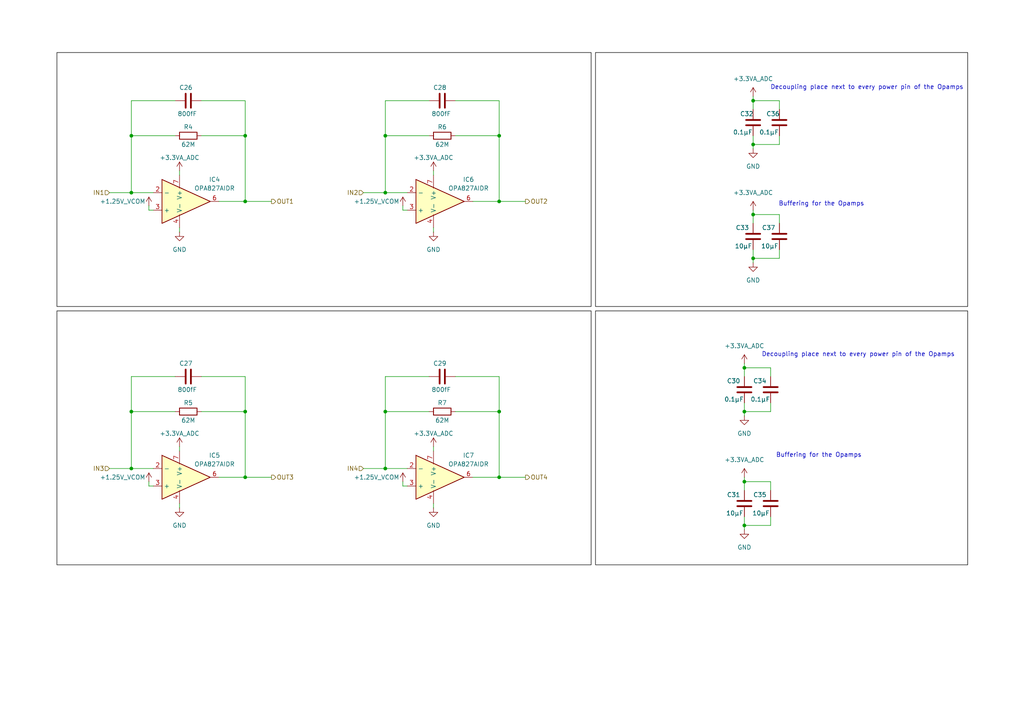
<source format=kicad_sch>
(kicad_sch (version 20250114) (generator "eeschema") (generator_version "9.0")
  (paper "A4")
  (lib_symbols
    (symbol "Device:C" (pin_numbers (hide yes)) (pin_names (offset 0.254))
      (property "Reference" "C" (at 0.635 2.54 0))
      (property "Value" "C" (at 0.635 -2.54 0))
      (symbol "C_0_1"
        (polyline (pts (xy -2.032 0.762) (xy 2.032 0.762)) (stroke (width 0.508)))
        (polyline (pts (xy -2.032 -0.762) (xy 2.032 -0.762)) (stroke (width 0.508)))
      )
      (symbol "C_1_1"
        (pin passive line (at 0 3.81 270) (length 2.794) (name "~") (number "1"))
        (pin passive line (at 0 -3.81 90) (length 2.794) (name "~") (number "2"))
      )
    )
    (symbol "Device:R" (pin_numbers (hide yes)) (pin_names (offset 0))
      (property "Reference" "R" (at 2.032 0 90))
      (property "Value" "R" (at 0 0 90))
      (symbol "R_0_1"
        (rectangle (start -1.016 -2.54) (end 1.016 2.54) (stroke (width 0.254)))
      )
      (symbol "R_1_1"
        (pin passive line (at 0 3.81 270) (length 1.27) (name "~") (number "1"))
        (pin passive line (at 0 -3.81 90) (length 1.27) (name "~") (number "2"))
      )
    )
    (symbol "SamacSys_Parts:OPA827AIDR"
      (property "Reference" "IC9" (at 22.86 3.81 0))
      (property "Value" "OPA827AIDR" (at 22.86 1.27 0))
      (symbol "OPA827AIDR_1_1"
        (polyline (pts (xy 5.08 2.54) (xy 5.08 -10.16) (xy 19.05 -3.81) (xy 5.08 2.54)) (stroke (width 0.254)) (fill (type color) (color 255 255 194 1)))
        (pin passive line (at 2.54 -1.27 0) (length 2.54) (name "-") (number "2"))
        (pin passive line (at 2.54 -6.35 0) (length 2.54) (name "+") (number "3"))
        (pin passive line (at 10.16 3.81 270) (length 3.81) (name "V+") (number "7"))
        (pin no_connect line (at 10.16 -1.27 270) (length 5.08) (hide yes) (name "NC") (number "1"))
        (pin no_connect line (at 10.16 -1.27 270) (length 5.08) (hide yes) (name "NC") (number "5"))
        (pin no_connect line (at 10.16 -1.27 270) (length 5.08) (hide yes) (name "NC") (number "8"))
        (pin passive line (at 10.16 -11.43 90) (length 3.81) (name "V-") (number "4"))
        (pin passive line (at 21.59 -3.81 180) (length 2.54) (name "") (number "6"))
      )
    )
    (symbol "power:+3.3V" (power) (pin_numbers (hide yes)) (pin_names (offset 0) (hide yes))
      (property "Value" "+3.3V" (at 0 3.556 0))
      (symbol "+3.3V_0_1"
        (polyline (pts (xy -0.762 1.27) (xy 0 2.54)))
        (polyline (pts (xy 0 2.54) (xy 0.762 1.27)))
        (polyline (pts (xy 0 0) (xy 0 2.54)))
      )
      (symbol "+3.3V_1_1"
        (pin power_in line (at 0 0 90) (length 0) (name "~") (number "1"))
      )
    )
    (symbol "power:+3.3VA" (power) (pin_names (offset 0))
      (property "Value" "+3.3VA" (at 0 3.556 0))
      (symbol "+3.3VA_0_1"
        (polyline (pts (xy -0.762 1.27) (xy 0 2.54)))
        (polyline (pts (xy 0 2.54) (xy 0.762 1.27)))
        (polyline (pts (xy 0 0) (xy 0 2.54)))
      )
      (symbol "+3.3VA_1_1"
        (pin power_in line (at 0 0 90) (length 0) (hide yes) (name "+3.3VA") (number "1"))
      )
    )
    (symbol "power:GND" (power) (pin_numbers (hide yes)) (pin_names (offset 0) (hide yes))
      (property "Value" "GND" (at 0 -3.81 0))
      (symbol "GND_0_1"
        (polyline (pts (xy 0 0) (xy 0 -1.27) (xy 1.27 -1.27) (xy 0 -2.54) (xy -1.27 -1.27) (xy 0 -1.27)))
      )
      (symbol "GND_1_1"
        (pin power_in line (at 0 0 270) (length 0) (name "~") (number "1"))
      )
    )
  )
  (text "Decoupling place next to every power pin of the Opamps\n" (at 251.46 25.4 0) (effects (font (size 1.27 1.27))))
  (text "Decoupling place next to every power pin of the Opamps\n" (at 248.92 102.87 0) (effects (font (size 1.27 1.27))))
  (text "Buffering for the Opamps" (at 238.252 59.182 0) (effects (font (size 1.27 1.27))))
  (text "Buffering for the Opamps" (at 237.49 132.08 0) (effects (font (size 1.27 1.27))))
  (text_box "" (at 16.51 90.17 0) (size 154.94 73.66) (margins 0.9525 0.9525 0.9525 0.9525) (stroke (width 0) (color 0 0 0 1)) (effects (font (size 1.27 1.27)) (justify left top)))
  (text_box "" (at 172.72 15.24 0) (size 107.95 73.66) (margins 0.9525 0.9525 0.9525 0.9525) (stroke (width 0) (color 0 0 0 1)) (effects (font (size 1.27 1.27)) (justify left top)))
  (text_box "" (at 16.51 15.24 0) (size 154.94 73.66) (margins 0.9525 0.9525 0.9525 0.9525) (stroke (width 0) (color 0 0 0 1)) (effects (font (size 1.27 1.27)) (justify left top)))
  (text_box "" (at 172.72 90.17 0) (size 107.95 73.66) (margins 0.9525 0.9525 0.9525 0.9525) (stroke (width 0) (color 0 0 0 1)) (effects (font (size 1.27 1.27)) (justify left top)))
  (junction (at 71.12 138.43))
  (junction (at 218.44 29.21))
  (junction (at 111.76 119.38))
  (junction (at 218.44 74.93))
  (junction (at 71.12 119.38))
  (junction (at 71.12 58.42))
  (junction (at 215.9 152.4))
  (junction (at 144.78 39.37))
  (junction (at 38.1 119.38))
  (junction (at 111.76 135.89))
  (junction (at 38.1 135.89))
  (junction (at 218.44 41.91))
  (junction (at 111.76 55.88))
  (junction (at 144.78 58.42))
  (junction (at 215.9 139.7))
  (junction (at 218.44 62.23))
  (junction (at 215.9 119.38))
  (junction (at 144.78 138.43))
  (junction (at 71.12 39.37))
  (junction (at 215.9 106.68))
  (junction (at 38.1 55.88))
  (junction (at 38.1 39.37))
  (junction (at 144.78 119.38))
  (junction (at 111.76 39.37))
  (wire (pts (xy 144.78 58.42) (xy 152.4 58.42)))
  (wire (pts (xy 144.78 109.22) (xy 144.78 119.38)))
  (wire (pts (xy 218.44 62.23) (xy 218.44 64.77)))
  (wire (pts (xy 71.12 29.21) (xy 71.12 39.37)))
  (wire (pts (xy 111.76 39.37) (xy 111.76 55.88)))
  (wire (pts (xy 71.12 119.38) (xy 71.12 138.43)))
  (wire (pts (xy 124.46 119.38) (xy 111.76 119.38)))
  (wire (pts (xy 218.44 74.93) (xy 218.44 76.2)))
  (wire (pts (xy 218.44 39.37) (xy 218.44 41.91)))
  (wire (pts (xy 71.12 109.22) (xy 71.12 119.38)))
  (wire (pts (xy 223.52 139.7) (xy 223.52 142.24)))
  (wire (pts (xy 226.06 39.37) (xy 226.06 41.91)))
  (wire (pts (xy 71.12 39.37) (xy 71.12 58.42)))
  (wire (pts (xy 218.44 72.39) (xy 218.44 74.93)))
  (wire (pts (xy 132.08 39.37) (xy 144.78 39.37)))
  (wire (pts (xy 218.44 27.94) (xy 218.44 29.21)))
  (wire (pts (xy 215.9 119.38) (xy 223.52 119.38)))
  (wire (pts (xy 226.06 29.21) (xy 226.06 31.75)))
  (wire (pts (xy 218.44 74.93) (xy 226.06 74.93)))
  (wire (pts (xy 43.18 60.96) (xy 44.45 60.96)))
  (wire (pts (xy 31.75 135.89) (xy 38.1 135.89)))
  (wire (pts (xy 116.84 140.97) (xy 118.11 140.97)))
  (wire (pts (xy 215.9 106.68) (xy 223.52 106.68)))
  (wire (pts (xy 218.44 29.21) (xy 226.06 29.21)))
  (wire (pts (xy 52.07 66.04) (xy 52.07 67.31)))
  (wire (pts (xy 223.52 149.86) (xy 223.52 152.4)))
  (wire (pts (xy 215.9 106.68) (xy 215.9 109.22)))
  (wire (pts (xy 144.78 29.21) (xy 144.78 39.37)))
  (wire (pts (xy 124.46 39.37) (xy 111.76 39.37)))
  (wire (pts (xy 63.5 58.42) (xy 71.12 58.42)))
  (wire (pts (xy 226.06 62.23) (xy 226.06 64.77)))
  (wire (pts (xy 111.76 109.22) (xy 111.76 119.38)))
  (wire (pts (xy 38.1 39.37) (xy 38.1 55.88)))
  (wire (pts (xy 50.8 29.21) (xy 38.1 29.21)))
  (wire (pts (xy 50.8 109.22) (xy 38.1 109.22)))
  (wire (pts (xy 218.44 29.21) (xy 218.44 31.75)))
  (wire (pts (xy 38.1 55.88) (xy 44.45 55.88)))
  (wire (pts (xy 223.52 116.84) (xy 223.52 119.38)))
  (wire (pts (xy 132.08 119.38) (xy 144.78 119.38)))
  (wire (pts (xy 111.76 29.21) (xy 111.76 39.37)))
  (wire (pts (xy 215.9 139.7) (xy 215.9 142.24)))
  (wire (pts (xy 223.52 106.68) (xy 223.52 109.22)))
  (wire (pts (xy 137.16 58.42) (xy 144.78 58.42)))
  (wire (pts (xy 116.84 139.7) (xy 116.84 140.97)))
  (wire (pts (xy 38.1 29.21) (xy 38.1 39.37)))
  (wire (pts (xy 124.46 29.21) (xy 111.76 29.21)))
  (wire (pts (xy 58.42 29.21) (xy 71.12 29.21)))
  (wire (pts (xy 215.9 119.38) (xy 215.9 120.65)))
  (wire (pts (xy 58.42 119.38) (xy 71.12 119.38)))
  (wire (pts (xy 31.75 55.88) (xy 38.1 55.88)))
  (wire (pts (xy 111.76 119.38) (xy 111.76 135.89)))
  (wire (pts (xy 43.18 59.69) (xy 43.18 60.96)))
  (wire (pts (xy 38.1 119.38) (xy 38.1 135.89)))
  (wire (pts (xy 144.78 138.43) (xy 152.4 138.43)))
  (wire (pts (xy 50.8 119.38) (xy 38.1 119.38)))
  (wire (pts (xy 137.16 138.43) (xy 144.78 138.43)))
  (wire (pts (xy 132.08 29.21) (xy 144.78 29.21)))
  (wire (pts (xy 52.07 49.53) (xy 52.07 50.8)))
  (wire (pts (xy 215.9 139.7) (xy 223.52 139.7)))
  (wire (pts (xy 111.76 55.88) (xy 118.11 55.88)))
  (wire (pts (xy 38.1 135.89) (xy 44.45 135.89)))
  (wire (pts (xy 218.44 62.23) (xy 226.06 62.23)))
  (wire (pts (xy 218.44 41.91) (xy 226.06 41.91)))
  (wire (pts (xy 124.46 109.22) (xy 111.76 109.22)))
  (wire (pts (xy 218.44 41.91) (xy 218.44 43.18)))
  (wire (pts (xy 71.12 58.42) (xy 78.74 58.42)))
  (wire (pts (xy 215.9 105.41) (xy 215.9 106.68)))
  (wire (pts (xy 226.06 72.39) (xy 226.06 74.93)))
  (wire (pts (xy 144.78 119.38) (xy 144.78 138.43)))
  (wire (pts (xy 111.76 135.89) (xy 118.11 135.89)))
  (wire (pts (xy 215.9 149.86) (xy 215.9 152.4)))
  (wire (pts (xy 125.73 49.53) (xy 125.73 50.8)))
  (wire (pts (xy 52.07 146.05) (xy 52.07 147.32)))
  (wire (pts (xy 38.1 109.22) (xy 38.1 119.38)))
  (wire (pts (xy 116.84 60.96) (xy 118.11 60.96)))
  (wire (pts (xy 125.73 146.05) (xy 125.73 147.32)))
  (wire (pts (xy 144.78 39.37) (xy 144.78 58.42)))
  (wire (pts (xy 50.8 39.37) (xy 38.1 39.37)))
  (wire (pts (xy 43.18 139.7) (xy 43.18 140.97)))
  (wire (pts (xy 105.41 55.88) (xy 111.76 55.88)))
  (wire (pts (xy 125.73 129.54) (xy 125.73 130.81)))
  (wire (pts (xy 71.12 138.43) (xy 78.74 138.43)))
  (wire (pts (xy 58.42 39.37) (xy 71.12 39.37)))
  (wire (pts (xy 132.08 109.22) (xy 144.78 109.22)))
  (wire (pts (xy 63.5 138.43) (xy 71.12 138.43)))
  (wire (pts (xy 52.07 129.54) (xy 52.07 130.81)))
  (wire (pts (xy 105.41 135.89) (xy 111.76 135.89)))
  (wire (pts (xy 218.44 60.96) (xy 218.44 62.23)))
  (wire (pts (xy 215.9 152.4) (xy 215.9 153.67)))
  (wire (pts (xy 43.18 140.97) (xy 44.45 140.97)))
  (wire (pts (xy 116.84 59.69) (xy 116.84 60.96)))
  (wire (pts (xy 215.9 116.84) (xy 215.9 119.38)))
  (wire (pts (xy 215.9 152.4) (xy 223.52 152.4)))
  (wire (pts (xy 215.9 138.43) (xy 215.9 139.7)))
  (wire (pts (xy 125.73 66.04) (xy 125.73 67.31)))
  (wire (pts (xy 58.42 109.22) (xy 71.12 109.22)))
  (hierarchical_label "OUT4" (shape output) (at 152.4 138.43 0))
  (hierarchical_label "IN2" (shape input) (at 105.41 55.88 180))
  (hierarchical_label "IN4" (shape input) (at 105.41 135.89 180))
  (hierarchical_label "IN3" (shape input) (at 31.75 135.89 180))
  (hierarchical_label "OUT3" (shape output) (at 78.74 138.43 0))
  (hierarchical_label "OUT1" (shape output) (at 78.74 58.42 0))
  (hierarchical_label "OUT2" (shape output) (at 152.4 58.42 0))
  (hierarchical_label "IN1" (shape input) (at 31.75 55.88 180))
  (symbol (lib_id "power:+3.3V") (at 43.18 59.69 0) (unit 1)
    (property "Reference" "#PWR044" (effects (hide yes)))
    (property "Value" "+1.25V_VCOM" (at 35.56 58.42 0))
    (property "Description" "Power symbol creates a global label with name \"+3.3V\"" (effects (hide yes)))
  )
  (symbol (lib_id "Device:C") (at 223.52 113.03 0) (unit 1)
    (property "Reference" "C34" (at 218.44 110.49 0) (effects (justify left)))
    (property "Value" "0.1µF" (at 217.678 115.824 0) (effects (justify left)))
    (property "Footprint" "Capacitor_SMD:C_0402_1005Metric" (effects (hide yes)))
    (property "Description" "Unpolarized capacitor" (effects (hide yes)))
  )
  (symbol (lib_id "power:GND") (at 215.9 120.65 0) (unit 1)
    (property "Reference" "#PWR057" (effects (hide yes)))
    (property "Value" "GND" (at 215.9 125.73 0))
    (property "Description" "Power symbol creates a global label with name \"GND\" , ground" (effects (hide yes)))
  )
  (symbol (lib_id "Device:C") (at 128.27 109.22 90) (unit 1)
    (property "Reference" "C29" (at 129.54 105.41 90) (effects (justify left)))
    (property "Value" "800fF" (at 130.81 113.03 90) (effects (justify left)))
    (property "Footprint" "Capacitor_SMD:C_0402_1005Metric" (effects (hide yes)))
    (property "Description" "Unpolarized capacitor" (effects (hide yes)))
  )
  (symbol (lib_id "power:+3.3VA") (at 125.73 49.53 0) (unit 1)
    (property "Reference" "#PWR052" (effects (hide yes)))
    (property "Value" "+3.3VA_ADC" (at 125.73 45.72 0))
  )
  (symbol (lib_id "Device:C") (at 128.27 29.21 90) (unit 1)
    (property "Reference" "C28" (at 129.54 25.4 90) (effects (justify left)))
    (property "Value" "800fF" (at 130.81 33.02 90) (effects (justify left)))
    (property "Footprint" "Capacitor_SMD:C_0402_1005Metric" (effects (hide yes)))
    (property "Description" "Unpolarized capacitor" (effects (hide yes)))
  )
  (symbol (lib_id "power:+3.3V") (at 218.44 60.96 0) (unit 1)
    (property "Reference" "#PWR062" (effects (hide yes)))
    (property "Value" "+3.3VA_ADC" (at 218.44 55.88 0))
    (property "Description" "Power symbol creates a global label with name \"+3.3V\"" (effects (hide yes)))
  )
  (symbol (lib_id "power:+3.3V") (at 215.9 138.43 0) (unit 1)
    (property "Reference" "#PWR058" (effects (hide yes)))
    (property "Value" "+3.3VA_ADC" (at 215.9 133.35 0))
    (property "Description" "Power symbol creates a global label with name \"+3.3V\"" (effects (hide yes)))
  )
  (symbol (lib_id "SamacSys_Parts:OPA827AIDR") (at 41.91 54.61 0) (unit 1)
    (property "Reference" "IC4" (at 62.23 52.07 0))
    (property "Value" "OPA827AIDR" (at 62.23 54.61 0))
    (property "Footprint" "SamacSys_Parts:SOIC127P600X175-8N" (effects (hide yes)))
    (property "Datasheet" "http://www.ti.com/lit/gpn/OPA827" (effects (hide yes)))
    (property "Description" "Low-Noise, High-Precision, JFET-Input Operational Amplifier" (effects (hide yes)))
    (property "Height" "1.75" (effects (hide yes)))
    (property "Manufacturer_Name" "Texas Instruments" (effects (hide yes)))
    (property "Manufacturer_Part_Number" "OPA827AIDR" (effects (hide yes)))
    (property "Mouser Part Number" "595-OPA827AIDR" (effects (hide yes)))
    (property "Mouser Price/Stock" "https://www.mouser.co.uk/ProductDetail/Texas-Instruments/OPA827AIDR?qs=ToK3%2FczOkx%252BfLFxatAoUKw%3D%3D" (effects (hide yes)))
    (property "Arrow Part Number" "OPA827AIDR" (effects (hide yes)))
    (property "Arrow Price/Stock" "https://www.arrow.com/en/products/opa827aidr/texas-instruments?region=nac" (effects (hide yes)))
  )
  (symbol (lib_id "Device:C") (at 218.44 35.56 0) (unit 1)
    (property "Reference" "C32" (at 214.63 33.02 0) (effects (justify left)))
    (property "Value" "0.1µF" (at 212.598 38.354 0) (effects (justify left)))
    (property "Footprint" "Capacitor_SMD:C_0402_1005Metric" (effects (hide yes)))
    (property "Description" "Unpolarized capacitor" (effects (hide yes)))
  )
  (symbol (lib_id "power:+3.3V") (at 116.84 139.7 0) (unit 1)
    (property "Reference" "#PWR051" (effects (hide yes)))
    (property "Value" "+1.25V_VCOM" (at 109.22 138.43 0))
    (property "Description" "Power symbol creates a global label with name \"+3.3V\"" (effects (hide yes)))
  )
  (symbol (lib_id "power:GND") (at 215.9 153.67 0) (unit 1)
    (property "Reference" "#PWR059" (effects (hide yes)))
    (property "Value" "GND" (at 215.9 158.75 0))
    (property "Description" "Power symbol creates a global label with name \"GND\" , ground" (effects (hide yes)))
  )
  (symbol (lib_id "Device:R") (at 128.27 119.38 90) (unit 1)
    (property "Reference" "R7" (at 128.27 116.84 90))
    (property "Value" "62M" (at 128.27 121.92 90))
    (property "Footprint" "Resistor_SMD:R_1206_3216Metric" (effects (hide yes)))
    (property "Description" "Resistor" (effects (hide yes)))
  )
  (symbol (lib_id "Device:C") (at 215.9 113.03 0) (unit 1)
    (property "Reference" "C30" (at 210.82 110.49 0) (effects (justify left)))
    (property "Value" "0.1µF" (at 210.058 115.824 0) (effects (justify left)))
    (property "Footprint" "Capacitor_SMD:C_0402_1005Metric" (effects (hide yes)))
    (property "Description" "Unpolarized capacitor" (effects (hide yes)))
  )
  (symbol (lib_id "power:+3.3V") (at 116.84 59.69 0) (unit 1)
    (property "Reference" "#PWR050" (effects (hide yes)))
    (property "Value" "+1.25V_VCOM" (at 109.22 58.42 0))
    (property "Description" "Power symbol creates a global label with name \"+3.3V\"" (effects (hide yes)))
  )
  (symbol (lib_id "Device:C") (at 226.06 35.56 0) (unit 1)
    (property "Reference" "C36" (at 222.25 33.02 0) (effects (justify left)))
    (property "Value" "0.1µF" (at 220.218 38.354 0) (effects (justify left)))
    (property "Footprint" "Capacitor_SMD:C_0402_1005Metric" (effects (hide yes)))
    (property "Description" "Unpolarized capacitor" (effects (hide yes)))
  )
  (symbol (lib_id "power:GND") (at 125.73 67.31 0) (unit 1)
    (property "Reference" "#PWR053" (effects (hide yes)))
    (property "Value" "GND" (at 125.73 72.39 0))
    (property "Description" "Power symbol creates a global label with name \"GND\" , ground" (effects (hide yes)))
  )
  (symbol (lib_id "power:+3.3V") (at 218.44 27.94 0) (unit 1)
    (property "Reference" "#PWR060" (effects (hide yes)))
    (property "Value" "+3.3VA_ADC" (at 218.44 22.86 0))
    (property "Description" "Power symbol creates a global label with name \"+3.3V\"" (effects (hide yes)))
  )
  (symbol (lib_id "Device:R") (at 54.61 39.37 90) (unit 1)
    (property "Reference" "R4" (at 54.61 36.83 90))
    (property "Value" "62M" (at 54.61 41.91 90))
    (property "Footprint" "Resistor_SMD:R_1206_3216Metric" (effects (hide yes)))
    (property "Description" "Resistor" (effects (hide yes)))
  )
  (symbol (lib_id "Device:C") (at 218.44 68.58 0) (unit 1)
    (property "Reference" "C33" (at 213.36 66.04 0) (effects (justify left)))
    (property "Value" "10µF" (at 213.106 71.374 0) (effects (justify left)))
    (property "Footprint" "Capacitor_SMD:C_0603_1608Metric" (effects (hide yes)))
    (property "Description" "Unpolarized capacitor" (effects (hide yes)))
  )
  (symbol (lib_id "power:GND") (at 218.44 43.18 0) (unit 1)
    (property "Reference" "#PWR061" (effects (hide yes)))
    (property "Value" "GND" (at 218.44 48.26 0))
    (property "Description" "Power symbol creates a global label with name \"GND\" , ground" (effects (hide yes)))
  )
  (symbol (lib_id "Device:C") (at 226.06 68.58 0) (unit 1)
    (property "Reference" "C37" (at 220.98 66.04 0) (effects (justify left)))
    (property "Value" "10µF" (at 220.726 71.374 0) (effects (justify left)))
    (property "Footprint" "Capacitor_SMD:C_0603_1608Metric" (effects (hide yes)))
    (property "Description" "Unpolarized capacitor" (effects (hide yes)))
  )
  (symbol (lib_id "power:GND") (at 125.73 147.32 0) (unit 1)
    (property "Reference" "#PWR055" (effects (hide yes)))
    (property "Value" "GND" (at 125.73 152.4 0))
    (property "Description" "Power symbol creates a global label with name \"GND\" , ground" (effects (hide yes)))
  )
  (symbol (lib_id "power:+3.3VA") (at 52.07 129.54 0) (unit 1)
    (property "Reference" "#PWR048" (effects (hide yes)))
    (property "Value" "+3.3VA_ADC" (at 52.07 125.73 0))
  )
  (symbol (lib_id "Device:R") (at 128.27 39.37 90) (unit 1)
    (property "Reference" "R6" (at 128.27 36.83 90))
    (property "Value" "62M" (at 128.27 41.91 90))
    (property "Footprint" "Resistor_SMD:R_1206_3216Metric" (effects (hide yes)))
    (property "Description" "Resistor" (effects (hide yes)))
  )
  (symbol (lib_id "power:+3.3VA") (at 52.07 49.53 0) (unit 1)
    (property "Reference" "#PWR046" (effects (hide yes)))
    (property "Value" "+3.3VA_ADC" (at 52.07 45.72 0))
  )
  (symbol (lib_id "power:GND") (at 52.07 147.32 0) (unit 1)
    (property "Reference" "#PWR049" (effects (hide yes)))
    (property "Value" "GND" (at 52.07 152.4 0))
    (property "Description" "Power symbol creates a global label with name \"GND\" , ground" (effects (hide yes)))
  )
  (symbol (lib_id "power:GND") (at 218.44 76.2 0) (unit 1)
    (property "Reference" "#PWR063" (effects (hide yes)))
    (property "Value" "GND" (at 218.44 81.28 0))
    (property "Description" "Power symbol creates a global label with name \"GND\" , ground" (effects (hide yes)))
  )
  (symbol (lib_id "Device:C") (at 54.61 109.22 90) (unit 1)
    (property "Reference" "C27" (at 55.88 105.41 90) (effects (justify left)))
    (property "Value" "800fF" (at 57.15 113.03 90) (effects (justify left)))
    (property "Footprint" "Capacitor_SMD:C_0402_1005Metric" (effects (hide yes)))
    (property "Description" "Unpolarized capacitor" (effects (hide yes)))
  )
  (symbol (lib_id "power:GND") (at 52.07 67.31 0) (unit 1)
    (property "Reference" "#PWR047" (effects (hide yes)))
    (property "Value" "GND" (at 52.07 72.39 0))
    (property "Description" "Power symbol creates a global label with name \"GND\" , ground" (effects (hide yes)))
  )
  (symbol (lib_id "Device:C") (at 54.61 29.21 90) (unit 1)
    (property "Reference" "C26" (at 55.88 25.4 90) (effects (justify left)))
    (property "Value" "800fF" (at 57.15 33.02 90) (effects (justify left)))
    (property "Footprint" "Capacitor_SMD:C_0402_1005Metric" (effects (hide yes)))
    (property "Description" "Unpolarized capacitor" (effects (hide yes)))
  )
  (symbol (lib_id "SamacSys_Parts:OPA827AIDR") (at 115.57 54.61 0) (unit 1)
    (property "Reference" "IC6" (at 135.89 52.07 0))
    (property "Value" "OPA827AIDR" (at 135.89 54.61 0))
    (property "Footprint" "SamacSys_Parts:SOIC127P600X175-8N" (effects (hide yes)))
    (property "Datasheet" "http://www.ti.com/lit/gpn/OPA827" (effects (hide yes)))
    (property "Description" "Low-Noise, High-Precision, JFET-Input Operational Amplifier" (effects (hide yes)))
    (property "Height" "1.75" (effects (hide yes)))
    (property "Manufacturer_Name" "Texas Instruments" (effects (hide yes)))
    (property "Manufacturer_Part_Number" "OPA827AIDR" (effects (hide yes)))
    (property "Mouser Part Number" "595-OPA827AIDR" (effects (hide yes)))
    (property "Mouser Price/Stock" "https://www.mouser.co.uk/ProductDetail/Texas-Instruments/OPA827AIDR?qs=ToK3%2FczOkx%252BfLFxatAoUKw%3D%3D" (effects (hide yes)))
    (property "Arrow Part Number" "OPA827AIDR" (effects (hide yes)))
    (property "Arrow Price/Stock" "https://www.arrow.com/en/products/opa827aidr/texas-instruments?region=nac" (effects (hide yes)))
  )
  (symbol (lib_id "power:+3.3V") (at 43.18 139.7 0) (unit 1)
    (property "Reference" "#PWR045" (effects (hide yes)))
    (property "Value" "+1.25V_VCOM" (at 35.56 138.43 0))
    (property "Description" "Power symbol creates a global label with name \"+3.3V\"" (effects (hide yes)))
  )
  (symbol (lib_id "power:+3.3V") (at 215.9 105.41 0) (unit 1)
    (property "Reference" "#PWR056" (effects (hide yes)))
    (property "Value" "+3.3VA_ADC" (at 215.9 100.33 0))
    (property "Description" "Power symbol creates a global label with name \"+3.3V\"" (effects (hide yes)))
  )
  (symbol (lib_id "Device:C") (at 223.52 146.05 0) (unit 1)
    (property "Reference" "C35" (at 218.44 143.51 0) (effects (justify left)))
    (property "Value" "10µF" (at 218.186 148.844 0) (effects (justify left)))
    (property "Footprint" "Capacitor_SMD:C_0603_1608Metric" (effects (hide yes)))
    (property "Description" "Unpolarized capacitor" (effects (hide yes)))
  )
  (symbol (lib_id "SamacSys_Parts:OPA827AIDR") (at 41.91 134.62 0) (unit 1)
    (property "Reference" "IC5" (at 62.23 132.08 0))
    (property "Value" "OPA827AIDR" (at 62.23 134.62 0))
    (property "Footprint" "SamacSys_Parts:SOIC127P600X175-8N" (effects (hide yes)))
    (property "Datasheet" "http://www.ti.com/lit/gpn/OPA827" (effects (hide yes)))
    (property "Description" "Low-Noise, High-Precision, JFET-Input Operational Amplifier" (effects (hide yes)))
    (property "Height" "1.75" (effects (hide yes)))
    (property "Manufacturer_Name" "Texas Instruments" (effects (hide yes)))
    (property "Manufacturer_Part_Number" "OPA827AIDR" (effects (hide yes)))
    (property "Mouser Part Number" "595-OPA827AIDR" (effects (hide yes)))
    (property "Mouser Price/Stock" "https://www.mouser.co.uk/ProductDetail/Texas-Instruments/OPA827AIDR?qs=ToK3%2FczOkx%252BfLFxatAoUKw%3D%3D" (effects (hide yes)))
    (property "Arrow Part Number" "OPA827AIDR" (effects (hide yes)))
    (property "Arrow Price/Stock" "https://www.arrow.com/en/products/opa827aidr/texas-instruments?region=nac" (effects (hide yes)))
  )
  (symbol (lib_id "Device:R") (at 54.61 119.38 90) (unit 1)
    (property "Reference" "R5" (at 54.61 116.84 90))
    (property "Value" "62M" (at 54.61 121.92 90))
    (property "Footprint" "Resistor_SMD:R_1206_3216Metric" (effects (hide yes)))
    (property "Description" "Resistor" (effects (hide yes)))
  )
  (symbol (lib_id "SamacSys_Parts:OPA827AIDR") (at 115.57 134.62 0) (unit 1)
    (property "Reference" "IC7" (at 135.89 132.08 0))
    (property "Value" "OPA827AIDR" (at 135.89 134.62 0))
    (property "Footprint" "SamacSys_Parts:SOIC127P600X175-8N" (effects (hide yes)))
    (property "Datasheet" "http://www.ti.com/lit/gpn/OPA827" (effects (hide yes)))
    (property "Description" "Low-Noise, High-Precision, JFET-Input Operational Amplifier" (effects (hide yes)))
    (property "Height" "1.75" (effects (hide yes)))
    (property "Manufacturer_Name" "Texas Instruments" (effects (hide yes)))
    (property "Manufacturer_Part_Number" "OPA827AIDR" (effects (hide yes)))
    (property "Mouser Part Number" "595-OPA827AIDR" (effects (hide yes)))
    (property "Mouser Price/Stock" "https://www.mouser.co.uk/ProductDetail/Texas-Instruments/OPA827AIDR?qs=ToK3%2FczOkx%252BfLFxatAoUKw%3D%3D" (effects (hide yes)))
    (property "Arrow Part Number" "OPA827AIDR" (effects (hide yes)))
    (property "Arrow Price/Stock" "https://www.arrow.com/en/products/opa827aidr/texas-instruments?region=nac" (effects (hide yes)))
  )
  (symbol (lib_id "Device:C") (at 215.9 146.05 0) (unit 1)
    (property "Reference" "C31" (at 210.82 143.51 0) (effects (justify left)))
    (property "Value" "10µF" (at 210.566 148.844 0) (effects (justify left)))
    (property "Footprint" "Capacitor_SMD:C_0603_1608Metric" (effects (hide yes)))
    (property "Description" "Unpolarized capacitor" (effects (hide yes)))
  )
  (symbol (lib_id "power:+3.3VA") (at 125.73 129.54 0) (unit 1)
    (property "Reference" "#PWR054" (effects (hide yes)))
    (property "Value" "+3.3VA_ADC" (at 125.73 125.73 0))
  )
)
</source>
